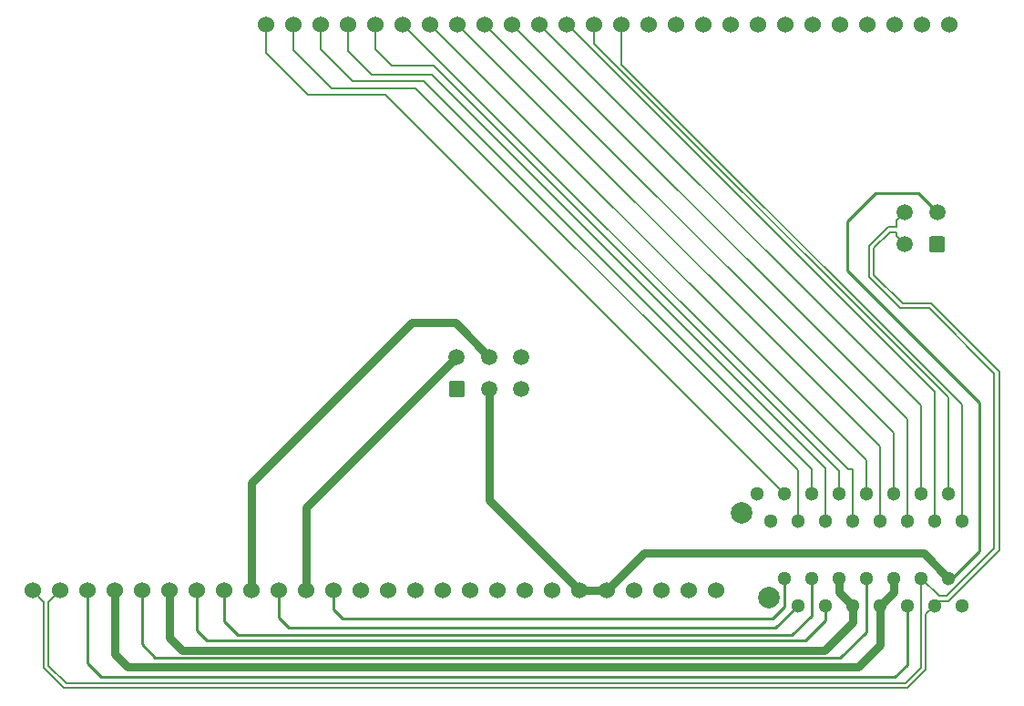
<source format=gbl>
G04 #@! TF.GenerationSoftware,KiCad,Pcbnew,5.1.5-52549c5~84~ubuntu18.04.1*
G04 #@! TF.CreationDate,2020-01-28T21:19:39-05:00*
G04 #@! TF.ProjectId,Internal_Acc_Interface,496e7465-726e-4616-9c5f-4163635f496e,rev?*
G04 #@! TF.SameCoordinates,Original*
G04 #@! TF.FileFunction,Copper,L2,Bot*
G04 #@! TF.FilePolarity,Positive*
%FSLAX46Y46*%
G04 Gerber Fmt 4.6, Leading zero omitted, Abs format (unit mm)*
G04 Created by KiCad (PCBNEW 5.1.5-52549c5~84~ubuntu18.04.1) date 2020-01-28 21:19:39*
%MOMM*%
%LPD*%
G04 APERTURE LIST*
%ADD10C,1.300000*%
%ADD11C,2.000000*%
%ADD12C,0.100000*%
%ADD13C,1.500000*%
%ADD14C,1.524000*%
%ADD15C,0.254000*%
%ADD16C,0.762000*%
%ADD17C,0.152400*%
%ADD18C,0.200000*%
G04 APERTURE END LIST*
D10*
X164910000Y-109410000D03*
X162370000Y-109410000D03*
X159830000Y-109410000D03*
X167450000Y-109410000D03*
X161100000Y-111950000D03*
X163640000Y-111950000D03*
X166180000Y-111950000D03*
X168720000Y-111950000D03*
X169990000Y-109410000D03*
X171260000Y-111950000D03*
X172530000Y-109410000D03*
X173800000Y-111950000D03*
X175070000Y-109410000D03*
X176340000Y-111950000D03*
X177610000Y-109410000D03*
X178880000Y-111950000D03*
D11*
X158430000Y-111210000D03*
D10*
X167450000Y-117250000D03*
X164910000Y-117250000D03*
X162370000Y-117250000D03*
X169990000Y-117250000D03*
X163640000Y-119790000D03*
X166180000Y-119790000D03*
X168720000Y-119790000D03*
X171260000Y-119790000D03*
X172530000Y-117250000D03*
X173800000Y-119790000D03*
X175070000Y-117250000D03*
X176340000Y-119790000D03*
X177610000Y-117250000D03*
X178880000Y-119790000D03*
D11*
X160970000Y-119050000D03*
G04 #@! TA.AperFunction,ComponentPad*
D12*
G36*
X132474504Y-98926204D02*
G01*
X132498773Y-98929804D01*
X132522571Y-98935765D01*
X132545671Y-98944030D01*
X132567849Y-98954520D01*
X132588893Y-98967133D01*
X132608598Y-98981747D01*
X132626777Y-98998223D01*
X132643253Y-99016402D01*
X132657867Y-99036107D01*
X132670480Y-99057151D01*
X132680970Y-99079329D01*
X132689235Y-99102429D01*
X132695196Y-99126227D01*
X132698796Y-99150496D01*
X132700000Y-99175000D01*
X132700000Y-100175000D01*
X132698796Y-100199504D01*
X132695196Y-100223773D01*
X132689235Y-100247571D01*
X132680970Y-100270671D01*
X132670480Y-100292849D01*
X132657867Y-100313893D01*
X132643253Y-100333598D01*
X132626777Y-100351777D01*
X132608598Y-100368253D01*
X132588893Y-100382867D01*
X132567849Y-100395480D01*
X132545671Y-100405970D01*
X132522571Y-100414235D01*
X132498773Y-100420196D01*
X132474504Y-100423796D01*
X132450000Y-100425000D01*
X131450000Y-100425000D01*
X131425496Y-100423796D01*
X131401227Y-100420196D01*
X131377429Y-100414235D01*
X131354329Y-100405970D01*
X131332151Y-100395480D01*
X131311107Y-100382867D01*
X131291402Y-100368253D01*
X131273223Y-100351777D01*
X131256747Y-100333598D01*
X131242133Y-100313893D01*
X131229520Y-100292849D01*
X131219030Y-100270671D01*
X131210765Y-100247571D01*
X131204804Y-100223773D01*
X131201204Y-100199504D01*
X131200000Y-100175000D01*
X131200000Y-99175000D01*
X131201204Y-99150496D01*
X131204804Y-99126227D01*
X131210765Y-99102429D01*
X131219030Y-99079329D01*
X131229520Y-99057151D01*
X131242133Y-99036107D01*
X131256747Y-99016402D01*
X131273223Y-98998223D01*
X131291402Y-98981747D01*
X131311107Y-98967133D01*
X131332151Y-98954520D01*
X131354329Y-98944030D01*
X131377429Y-98935765D01*
X131401227Y-98929804D01*
X131425496Y-98926204D01*
X131450000Y-98925000D01*
X132450000Y-98925000D01*
X132474504Y-98926204D01*
G37*
G04 #@! TD.AperFunction*
D13*
X134950000Y-99675000D03*
X137950000Y-99675000D03*
X131950000Y-96675000D03*
X134950000Y-96675000D03*
X137950000Y-96675000D03*
D14*
X92525000Y-118400000D03*
X95065000Y-118400000D03*
X97605000Y-118400000D03*
X100145000Y-118400000D03*
X102685000Y-118400000D03*
X110305000Y-118400000D03*
X115385000Y-118400000D03*
X105225000Y-118400000D03*
X112845000Y-118400000D03*
X107765000Y-118400000D03*
X138245000Y-118400000D03*
X123005000Y-118400000D03*
X140785000Y-118400000D03*
X128085000Y-118400000D03*
X117925000Y-118400000D03*
X130625000Y-118400000D03*
X133165000Y-118400000D03*
X135705000Y-118400000D03*
X125545000Y-118400000D03*
X120465000Y-118400000D03*
X150945000Y-118400000D03*
X145865000Y-118400000D03*
X148405000Y-118400000D03*
X153485000Y-118400000D03*
X156025000Y-118400000D03*
X143325000Y-118400000D03*
X114250000Y-65800000D03*
X116790000Y-65800000D03*
X119330000Y-65800000D03*
X121870000Y-65800000D03*
X124410000Y-65800000D03*
X132030000Y-65800000D03*
X137110000Y-65800000D03*
X126950000Y-65800000D03*
X134570000Y-65800000D03*
X129490000Y-65800000D03*
X159970000Y-65800000D03*
X144730000Y-65800000D03*
X162510000Y-65800000D03*
X149810000Y-65800000D03*
X139650000Y-65800000D03*
X152350000Y-65800000D03*
X154890000Y-65800000D03*
X157430000Y-65800000D03*
X147270000Y-65800000D03*
X142190000Y-65800000D03*
X172670000Y-65800000D03*
X167590000Y-65800000D03*
X170130000Y-65800000D03*
X175210000Y-65800000D03*
X177750000Y-65800000D03*
X165050000Y-65800000D03*
D13*
X173575000Y-83225000D03*
X173575000Y-86225000D03*
X176575000Y-83225000D03*
G04 #@! TA.AperFunction,ComponentPad*
D12*
G36*
X177099504Y-85476204D02*
G01*
X177123773Y-85479804D01*
X177147571Y-85485765D01*
X177170671Y-85494030D01*
X177192849Y-85504520D01*
X177213893Y-85517133D01*
X177233598Y-85531747D01*
X177251777Y-85548223D01*
X177268253Y-85566402D01*
X177282867Y-85586107D01*
X177295480Y-85607151D01*
X177305970Y-85629329D01*
X177314235Y-85652429D01*
X177320196Y-85676227D01*
X177323796Y-85700496D01*
X177325000Y-85725000D01*
X177325000Y-86725000D01*
X177323796Y-86749504D01*
X177320196Y-86773773D01*
X177314235Y-86797571D01*
X177305970Y-86820671D01*
X177295480Y-86842849D01*
X177282867Y-86863893D01*
X177268253Y-86883598D01*
X177251777Y-86901777D01*
X177233598Y-86918253D01*
X177213893Y-86932867D01*
X177192849Y-86945480D01*
X177170671Y-86955970D01*
X177147571Y-86964235D01*
X177123773Y-86970196D01*
X177099504Y-86973796D01*
X177075000Y-86975000D01*
X176075000Y-86975000D01*
X176050496Y-86973796D01*
X176026227Y-86970196D01*
X176002429Y-86964235D01*
X175979329Y-86955970D01*
X175957151Y-86945480D01*
X175936107Y-86932867D01*
X175916402Y-86918253D01*
X175898223Y-86901777D01*
X175881747Y-86883598D01*
X175867133Y-86863893D01*
X175854520Y-86842849D01*
X175844030Y-86820671D01*
X175835765Y-86797571D01*
X175829804Y-86773773D01*
X175826204Y-86749504D01*
X175825000Y-86725000D01*
X175825000Y-85725000D01*
X175826204Y-85700496D01*
X175829804Y-85676227D01*
X175835765Y-85652429D01*
X175844030Y-85629329D01*
X175854520Y-85607151D01*
X175867133Y-85586107D01*
X175881747Y-85566402D01*
X175898223Y-85548223D01*
X175916402Y-85531747D01*
X175936107Y-85517133D01*
X175957151Y-85504520D01*
X175979329Y-85494030D01*
X176002429Y-85485765D01*
X176026227Y-85479804D01*
X176050496Y-85476204D01*
X176075000Y-85475000D01*
X177075000Y-85475000D01*
X177099504Y-85476204D01*
G37*
G04 #@! TD.AperFunction*
D15*
X97605000Y-118400000D02*
X97605000Y-125180000D01*
X97605000Y-125180000D02*
X98875000Y-126450000D01*
X98875000Y-126450000D02*
X172650000Y-126450000D01*
X173800000Y-125300000D02*
X173800000Y-119790000D01*
X172650000Y-126450000D02*
X173800000Y-125300000D01*
X169990000Y-122260000D02*
X169990000Y-117250000D01*
X103925000Y-124650000D02*
X167600000Y-124650000D01*
X167600000Y-124650000D02*
X169990000Y-122260000D01*
X102685000Y-118400000D02*
X102685000Y-123410000D01*
X102685000Y-123410000D02*
X103925000Y-124650000D01*
X107765000Y-118400000D02*
X107765000Y-122115000D01*
X107765000Y-122115000D02*
X108675000Y-123025000D01*
X108675000Y-123025000D02*
X164300000Y-123025000D01*
X166180000Y-121145000D02*
X166180000Y-119790000D01*
X164300000Y-123025000D02*
X166180000Y-121145000D01*
X115385000Y-118400000D02*
X115385000Y-120935000D01*
X115385000Y-120935000D02*
X116325000Y-121875000D01*
X161555000Y-121875000D02*
X163640000Y-119790000D01*
X116325000Y-121875000D02*
X161555000Y-121875000D01*
D16*
X134950000Y-110025000D02*
X143325000Y-118400000D01*
X134950000Y-99675000D02*
X134950000Y-110025000D01*
X175310000Y-114950000D02*
X177610000Y-117250000D01*
D15*
X177610000Y-117250000D02*
X178000000Y-117250000D01*
X178000000Y-117250000D02*
X180500000Y-114750000D01*
X180500000Y-114750000D02*
X180500000Y-100950000D01*
X180500000Y-100950000D02*
X168200000Y-88650000D01*
X168200000Y-88650000D02*
X168200000Y-84100000D01*
X168200000Y-84100000D02*
X170825000Y-81475000D01*
X174825000Y-81475000D02*
X176575000Y-83225000D01*
X170825000Y-81475000D02*
X174825000Y-81475000D01*
D16*
X149315000Y-114950000D02*
X175310000Y-114950000D01*
X145865000Y-118400000D02*
X149315000Y-114950000D01*
X143325000Y-118400000D02*
X145865000Y-118400000D01*
X100145000Y-119477630D02*
X100150000Y-119482630D01*
X171260000Y-123490000D02*
X171260000Y-119790000D01*
X100145000Y-118400000D02*
X100145000Y-119477630D01*
X101350000Y-125500000D02*
X169250000Y-125500000D01*
X169250000Y-125500000D02*
X171260000Y-123490000D01*
X100150000Y-119482630D02*
X100150000Y-124300000D01*
X100150000Y-124300000D02*
X101350000Y-125500000D01*
X172530000Y-118520000D02*
X171260000Y-119790000D01*
X172530000Y-117250000D02*
X172530000Y-118520000D01*
D15*
X110305000Y-118400000D02*
X110305000Y-121255000D01*
X110305000Y-121255000D02*
X111625000Y-122575000D01*
X111625000Y-122575000D02*
X163075000Y-122575000D01*
X164910000Y-120740000D02*
X164910000Y-117250000D01*
X163075000Y-122575000D02*
X164910000Y-120740000D01*
D16*
X167450000Y-118520000D02*
X168720000Y-119790000D01*
X167450000Y-117250000D02*
X167450000Y-118520000D01*
X168720000Y-121330000D02*
X168720000Y-119790000D01*
X166100000Y-123950000D02*
X168720000Y-121330000D01*
X106454180Y-123950000D02*
X166100000Y-123950000D01*
X105225000Y-118400000D02*
X105225000Y-122800000D01*
X106414590Y-123989590D02*
X106454180Y-123950000D01*
X105225000Y-122800000D02*
X106414590Y-123989590D01*
X117925000Y-110700000D02*
X131950000Y-96675000D01*
X117925000Y-118400000D02*
X117925000Y-110700000D01*
X112845000Y-118400000D02*
X112845000Y-108430000D01*
X112845000Y-108430000D02*
X127750000Y-93525000D01*
X131800000Y-93525000D02*
X134950000Y-96675000D01*
X127750000Y-93525000D02*
X131800000Y-93525000D01*
D15*
X162370000Y-117250000D02*
X162370000Y-119930000D01*
X162370000Y-119930000D02*
X161275000Y-121025000D01*
X161275000Y-121025000D02*
X121325000Y-121025000D01*
X120465000Y-120165000D02*
X120465000Y-118400000D01*
X121325000Y-121025000D02*
X120465000Y-120165000D01*
D17*
X176340000Y-111950000D02*
X176340000Y-99950000D01*
X142800000Y-66410000D02*
X142190000Y-65800000D01*
X176340000Y-99950000D02*
X142800000Y-66410000D01*
X147270000Y-69495000D02*
X147270000Y-65800000D01*
X178880000Y-111950000D02*
X178880000Y-101105000D01*
X178880000Y-101105000D02*
X147270000Y-69495000D01*
X175070000Y-101220000D02*
X139650000Y-65800000D01*
X175070000Y-109410000D02*
X175070000Y-101220000D01*
X177610000Y-100460000D02*
X144730000Y-67580000D01*
X177610000Y-109410000D02*
X177610000Y-100460000D01*
X144730000Y-67580000D02*
X144730000Y-65800000D01*
X169990000Y-106300000D02*
X129490000Y-65800000D01*
X169990000Y-109410000D02*
X169990000Y-106300000D01*
X172530000Y-103760000D02*
X134570000Y-65800000D01*
X172530000Y-109410000D02*
X172530000Y-103760000D01*
X168720000Y-111950000D02*
X168720000Y-107145000D01*
X168295000Y-107145000D02*
X129825000Y-68675000D01*
X168720000Y-107145000D02*
X168295000Y-107145000D01*
X129825000Y-68675000D02*
X126950000Y-65800000D01*
X173800000Y-102490000D02*
X137110000Y-65800000D01*
X173800000Y-111950000D02*
X173800000Y-102490000D01*
X171260000Y-105030000D02*
X132030000Y-65800000D01*
X171260000Y-111950000D02*
X171260000Y-105030000D01*
X167450000Y-109410000D02*
X167450000Y-107275000D01*
X167450000Y-107275000D02*
X129775000Y-69600000D01*
X129775000Y-69600000D02*
X125900000Y-69600000D01*
X124410000Y-68110000D02*
X124410000Y-65800000D01*
X125900000Y-69600000D02*
X124410000Y-68110000D01*
X166180000Y-111950000D02*
X166180000Y-107005000D01*
X166180000Y-107005000D02*
X129625000Y-70450000D01*
X129625000Y-70450000D02*
X124075000Y-70450000D01*
X121870000Y-66877630D02*
X121870000Y-65800000D01*
X121870000Y-68245000D02*
X121870000Y-66877630D01*
X124075000Y-70450000D02*
X121870000Y-68245000D01*
X164910000Y-109410000D02*
X164910000Y-107110000D01*
X164910000Y-107110000D02*
X128850000Y-71050000D01*
X128850000Y-71050000D02*
X122275000Y-71050000D01*
X119330000Y-68105000D02*
X119330000Y-65800000D01*
X122275000Y-71050000D02*
X119330000Y-68105000D01*
X163640000Y-111950000D02*
X163640000Y-109015000D01*
X163640000Y-109015000D02*
X163640000Y-107240000D01*
X163640000Y-109015000D02*
X163640000Y-108840000D01*
X163640000Y-107240000D02*
X128100000Y-71700000D01*
X128100000Y-71700000D02*
X120350000Y-71700000D01*
X116790000Y-68140000D02*
X116790000Y-65800000D01*
X120350000Y-71700000D02*
X116790000Y-68140000D01*
X162370000Y-109410000D02*
X125285000Y-72325000D01*
X125285000Y-72325000D02*
X118125000Y-72325000D01*
X114250000Y-68450000D02*
X114250000Y-65800000D01*
X118125000Y-72325000D02*
X114250000Y-68450000D01*
D18*
X94020000Y-119445000D02*
X94020000Y-125401800D01*
X95065000Y-118400000D02*
X94020000Y-119445000D01*
X94020000Y-125401800D02*
X95643200Y-127025000D01*
X95643200Y-127025000D02*
X173631800Y-127025000D01*
X175070000Y-120610000D02*
X175070000Y-117250000D01*
X173631800Y-127025000D02*
X175070000Y-125586800D01*
X175070000Y-125586800D02*
X175070000Y-120610000D01*
X176750000Y-118930000D02*
X177451800Y-118930000D01*
X175070000Y-117250000D02*
X176750000Y-118930000D01*
X177451800Y-118930000D02*
X181900000Y-114481800D01*
X181900000Y-114481800D02*
X181900000Y-98218200D01*
X181900000Y-98218200D02*
X175831800Y-92150000D01*
X175831800Y-92150000D02*
X173181800Y-92150000D01*
X173181800Y-92150000D02*
X170275000Y-89243200D01*
X170275000Y-89243200D02*
X170275000Y-86356800D01*
X170275000Y-86356800D02*
X172006800Y-84625000D01*
X172006800Y-84625000D02*
X172800000Y-84625000D01*
D17*
X172825001Y-84599999D02*
X172800000Y-84625000D01*
X172825001Y-83974999D02*
X172825001Y-84599999D01*
X173575000Y-83225000D02*
X172825001Y-83974999D01*
D18*
X92525000Y-118400000D02*
X93570000Y-119445000D01*
X93570000Y-119445000D02*
X93570000Y-125588200D01*
X93570000Y-125588200D02*
X95456800Y-127475000D01*
X95456800Y-127475000D02*
X173818200Y-127475000D01*
X175520000Y-120610000D02*
X176340000Y-119790000D01*
X173818200Y-127475000D02*
X175520000Y-125773200D01*
X175520000Y-125773200D02*
X175520000Y-120610000D01*
X176340000Y-119790000D02*
X176750000Y-119380000D01*
X176750000Y-119380000D02*
X177638200Y-119380000D01*
X177638200Y-119380000D02*
X182350000Y-114668200D01*
X182350000Y-114668200D02*
X182350000Y-98031800D01*
X182350000Y-98031800D02*
X176018200Y-91700000D01*
X176018200Y-91700000D02*
X173368200Y-91700000D01*
X173368200Y-91700000D02*
X170725000Y-89056800D01*
X170725000Y-89056800D02*
X170725000Y-86543200D01*
X170725000Y-86543200D02*
X172193200Y-85075000D01*
D17*
X172825001Y-85150001D02*
X172775000Y-85100000D01*
X172825001Y-85475001D02*
X172825001Y-85150001D01*
X173575000Y-86225000D02*
X172825001Y-85475001D01*
D18*
X172193200Y-85075000D02*
X172775000Y-85100000D01*
X172775000Y-85100000D02*
X172800000Y-85075000D01*
M02*

</source>
